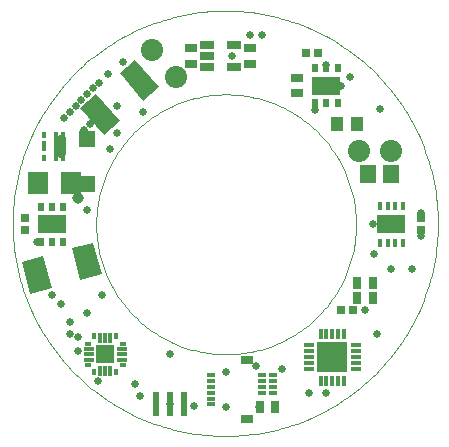
<source format=gbr>
G04 EAGLE Gerber RS-274X export*
G75*
%MOMM*%
%FSLAX35Y35*%
%LPD*%
%INsolder_mask_bottom*%
%IPPOS*%
%AMOC8*
5,1,8,0,0,1.08239X$1,22.5*%
G01*
%ADD10C,0.010000*%
%ADD11C,0.050000*%
%ADD12R,0.776200X0.976200*%
%ADD13R,1.476200X1.476200*%
%ADD14R,2.576200X2.576200*%
%ADD15R,0.376200X0.826200*%
%ADD16R,0.826200X0.376200*%
%ADD17R,2.476200X1.576200*%
%ADD18R,0.426200X0.726200*%
%ADD19R,1.376200X1.576200*%
%ADD20R,1.576200X1.576200*%
%ADD21R,0.326200X0.876200*%
%ADD22R,0.876200X0.326200*%
%ADD23R,0.626200X0.326200*%
%ADD24R,0.326200X0.626200*%
%ADD25R,0.476200X2.076200*%
%ADD26R,0.776200X0.676200*%
%ADD27R,0.776200X0.376200*%
%ADD28R,1.076200X0.676200*%
%ADD29R,3.076200X1.776200*%
%ADD30R,2.376200X1.576200*%
%ADD31R,0.536200X0.786200*%
%ADD32R,1.076200X1.176200*%
%ADD33R,0.976200X0.776200*%
%ADD34R,0.676200X0.776200*%
%ADD35R,1.276200X0.676200*%
%ADD36R,0.726200X0.376200*%
%ADD37R,1.026200X1.576200*%
%ADD38R,0.376200X0.526200*%
%ADD39R,0.306200X0.946200*%
%ADD40R,1.876200X2.776200*%
%ADD41R,1.676200X1.876200*%
%ADD42C,1.876200*%
%ADD43C,0.629400*%
%ADD44C,0.976200*%


D10*
X1793375Y-42625D02*
X1793375Y57375D01*
D11*
X-1806625Y7375D02*
X-1806083Y51549D01*
X-1804457Y95697D01*
X-1801748Y139791D01*
X-1797958Y183806D01*
X-1793088Y227714D01*
X-1787143Y271490D01*
X-1780125Y315106D01*
X-1772039Y358538D01*
X-1762889Y401757D01*
X-1752681Y444739D01*
X-1741422Y487458D01*
X-1729118Y529887D01*
X-1715776Y572002D01*
X-1701404Y613777D01*
X-1686012Y655186D01*
X-1669608Y696205D01*
X-1652203Y736809D01*
X-1633806Y776974D01*
X-1614429Y816675D01*
X-1594083Y855889D01*
X-1572782Y894592D01*
X-1550536Y932760D01*
X-1527361Y970371D01*
X-1503270Y1007401D01*
X-1478278Y1043830D01*
X-1452399Y1079634D01*
X-1425649Y1114792D01*
X-1398044Y1149283D01*
X-1369601Y1183086D01*
X-1340337Y1216181D01*
X-1310270Y1248548D01*
X-1279417Y1280167D01*
X-1247798Y1311020D01*
X-1215431Y1341087D01*
X-1182336Y1370351D01*
X-1148533Y1398794D01*
X-1114042Y1426399D01*
X-1078884Y1453149D01*
X-1043080Y1479028D01*
X-1006651Y1504020D01*
X-969621Y1528111D01*
X-932010Y1551286D01*
X-893842Y1573532D01*
X-855139Y1594833D01*
X-815925Y1615179D01*
X-776224Y1634556D01*
X-736059Y1652953D01*
X-695455Y1670358D01*
X-654436Y1686762D01*
X-613027Y1702154D01*
X-571252Y1716526D01*
X-529137Y1729868D01*
X-486708Y1742172D01*
X-443989Y1753431D01*
X-401007Y1763639D01*
X-357788Y1772789D01*
X-314356Y1780875D01*
X-270740Y1787893D01*
X-226964Y1793838D01*
X-183056Y1798708D01*
X-139041Y1802498D01*
X-94947Y1805207D01*
X-50799Y1806833D01*
X-6625Y1807375D01*
X37549Y1806833D01*
X81697Y1805207D01*
X125791Y1802498D01*
X169806Y1798708D01*
X213714Y1793838D01*
X257490Y1787893D01*
X301106Y1780875D01*
X344538Y1772789D01*
X387757Y1763639D01*
X430739Y1753431D01*
X473458Y1742172D01*
X515887Y1729868D01*
X558002Y1716526D01*
X599777Y1702154D01*
X641186Y1686762D01*
X682205Y1670358D01*
X722809Y1652953D01*
X762974Y1634556D01*
X802675Y1615179D01*
X841889Y1594833D01*
X880592Y1573532D01*
X918760Y1551286D01*
X956371Y1528111D01*
X993401Y1504020D01*
X1029830Y1479028D01*
X1065634Y1453149D01*
X1100792Y1426399D01*
X1135283Y1398794D01*
X1169086Y1370351D01*
X1202181Y1341087D01*
X1234548Y1311020D01*
X1266167Y1280167D01*
X1297020Y1248548D01*
X1327087Y1216181D01*
X1356351Y1183086D01*
X1384794Y1149283D01*
X1412399Y1114792D01*
X1439149Y1079634D01*
X1465028Y1043830D01*
X1490020Y1007401D01*
X1514111Y970371D01*
X1537286Y932760D01*
X1559532Y894592D01*
X1580833Y855889D01*
X1601179Y816675D01*
X1620556Y776974D01*
X1638953Y736809D01*
X1656358Y696205D01*
X1672762Y655186D01*
X1688154Y613777D01*
X1702526Y572002D01*
X1715868Y529887D01*
X1728172Y487458D01*
X1739431Y444739D01*
X1749639Y401757D01*
X1758789Y358538D01*
X1766875Y315106D01*
X1773893Y271490D01*
X1779838Y227714D01*
X1784708Y183806D01*
X1788498Y139791D01*
X1791207Y95697D01*
X1792833Y51549D01*
X1793375Y7375D01*
X1792833Y-36799D01*
X1791207Y-80947D01*
X1788498Y-125041D01*
X1784708Y-169056D01*
X1779838Y-212964D01*
X1773893Y-256740D01*
X1766875Y-300356D01*
X1758789Y-343788D01*
X1749639Y-387007D01*
X1739431Y-429989D01*
X1728172Y-472708D01*
X1715868Y-515137D01*
X1702526Y-557252D01*
X1688154Y-599027D01*
X1672762Y-640436D01*
X1656358Y-681455D01*
X1638953Y-722059D01*
X1620556Y-762224D01*
X1601179Y-801925D01*
X1580833Y-841139D01*
X1559532Y-879842D01*
X1537286Y-918010D01*
X1514111Y-955621D01*
X1490020Y-992651D01*
X1465028Y-1029080D01*
X1439149Y-1064884D01*
X1412399Y-1100042D01*
X1384794Y-1134533D01*
X1356351Y-1168336D01*
X1327087Y-1201431D01*
X1297020Y-1233798D01*
X1266167Y-1265417D01*
X1234548Y-1296270D01*
X1202181Y-1326337D01*
X1169086Y-1355601D01*
X1135283Y-1384044D01*
X1100792Y-1411649D01*
X1065634Y-1438399D01*
X1029830Y-1464278D01*
X993401Y-1489270D01*
X956371Y-1513361D01*
X918760Y-1536536D01*
X880592Y-1558782D01*
X841889Y-1580083D01*
X802675Y-1600429D01*
X762974Y-1619806D01*
X722809Y-1638203D01*
X682205Y-1655608D01*
X641186Y-1672012D01*
X599777Y-1687404D01*
X558002Y-1701776D01*
X515887Y-1715118D01*
X473458Y-1727422D01*
X430739Y-1738681D01*
X387757Y-1748889D01*
X344538Y-1758039D01*
X301106Y-1766125D01*
X257490Y-1773143D01*
X213714Y-1779088D01*
X169806Y-1783958D01*
X125791Y-1787748D01*
X81697Y-1790457D01*
X37549Y-1792083D01*
X-6625Y-1792625D01*
X-50799Y-1792083D01*
X-94947Y-1790457D01*
X-139041Y-1787748D01*
X-183056Y-1783958D01*
X-226964Y-1779088D01*
X-270740Y-1773143D01*
X-314356Y-1766125D01*
X-357788Y-1758039D01*
X-401007Y-1748889D01*
X-443989Y-1738681D01*
X-486708Y-1727422D01*
X-529137Y-1715118D01*
X-571252Y-1701776D01*
X-613027Y-1687404D01*
X-654436Y-1672012D01*
X-695455Y-1655608D01*
X-736059Y-1638203D01*
X-776224Y-1619806D01*
X-815925Y-1600429D01*
X-855139Y-1580083D01*
X-893842Y-1558782D01*
X-932010Y-1536536D01*
X-969621Y-1513361D01*
X-1006651Y-1489270D01*
X-1043080Y-1464278D01*
X-1078884Y-1438399D01*
X-1114042Y-1411649D01*
X-1148533Y-1384044D01*
X-1182336Y-1355601D01*
X-1215431Y-1326337D01*
X-1247798Y-1296270D01*
X-1279417Y-1265417D01*
X-1310270Y-1233798D01*
X-1340337Y-1201431D01*
X-1369601Y-1168336D01*
X-1398044Y-1134533D01*
X-1425649Y-1100042D01*
X-1452399Y-1064884D01*
X-1478278Y-1029080D01*
X-1503270Y-992651D01*
X-1527361Y-955621D01*
X-1550536Y-918010D01*
X-1572782Y-879842D01*
X-1594083Y-841139D01*
X-1614429Y-801925D01*
X-1633806Y-762224D01*
X-1652203Y-722059D01*
X-1669608Y-681455D01*
X-1686012Y-640436D01*
X-1701404Y-599027D01*
X-1715776Y-557252D01*
X-1729118Y-515137D01*
X-1741422Y-472708D01*
X-1752681Y-429989D01*
X-1762889Y-387007D01*
X-1772039Y-343788D01*
X-1780125Y-300356D01*
X-1787143Y-256740D01*
X-1793088Y-212964D01*
X-1797958Y-169056D01*
X-1801748Y-125041D01*
X-1804457Y-80947D01*
X-1806083Y-36799D01*
X-1806625Y7375D01*
X-1100000Y0D02*
X-1099669Y26995D01*
X-1098675Y53974D01*
X-1097020Y80921D01*
X-1094703Y107819D01*
X-1091727Y134652D01*
X-1088094Y161404D01*
X-1083805Y188058D01*
X-1078864Y214599D01*
X-1073272Y241011D01*
X-1067034Y267278D01*
X-1060154Y293384D01*
X-1052634Y319313D01*
X-1044481Y345050D01*
X-1035698Y370579D01*
X-1026292Y395885D01*
X-1016267Y420952D01*
X-1005631Y445765D01*
X-994388Y470311D01*
X-982547Y494572D01*
X-970113Y518536D01*
X-957096Y542188D01*
X-943501Y565513D01*
X-929339Y588497D01*
X-914617Y611127D01*
X-899343Y633389D01*
X-883528Y655269D01*
X-867181Y676755D01*
X-850311Y697833D01*
X-832930Y718490D01*
X-815046Y738715D01*
X-796672Y758495D01*
X-777817Y777817D01*
X-758495Y796672D01*
X-738715Y815046D01*
X-718490Y832930D01*
X-697833Y850311D01*
X-676755Y867181D01*
X-655269Y883528D01*
X-633389Y899343D01*
X-611127Y914617D01*
X-588497Y929339D01*
X-565513Y943501D01*
X-542188Y957096D01*
X-518536Y970113D01*
X-494572Y982547D01*
X-470311Y994388D01*
X-445765Y1005631D01*
X-420952Y1016267D01*
X-395885Y1026292D01*
X-370579Y1035698D01*
X-345050Y1044481D01*
X-319313Y1052634D01*
X-293384Y1060154D01*
X-267278Y1067034D01*
X-241011Y1073272D01*
X-214599Y1078864D01*
X-188058Y1083805D01*
X-161404Y1088094D01*
X-134652Y1091727D01*
X-107819Y1094703D01*
X-80921Y1097020D01*
X-53974Y1098675D01*
X-26995Y1099669D01*
X0Y1100000D01*
X26995Y1099669D01*
X53974Y1098675D01*
X80921Y1097020D01*
X107819Y1094703D01*
X134652Y1091727D01*
X161404Y1088094D01*
X188058Y1083805D01*
X214599Y1078864D01*
X241011Y1073272D01*
X267278Y1067034D01*
X293384Y1060154D01*
X319313Y1052634D01*
X345050Y1044481D01*
X370579Y1035698D01*
X395885Y1026292D01*
X420952Y1016267D01*
X445765Y1005631D01*
X470311Y994388D01*
X494572Y982547D01*
X518536Y970113D01*
X542188Y957096D01*
X565513Y943501D01*
X588497Y929339D01*
X611127Y914617D01*
X633389Y899343D01*
X655269Y883528D01*
X676755Y867181D01*
X697833Y850311D01*
X718490Y832930D01*
X738715Y815046D01*
X758495Y796672D01*
X777817Y777817D01*
X796672Y758495D01*
X815046Y738715D01*
X832930Y718490D01*
X850311Y697833D01*
X867181Y676755D01*
X883528Y655269D01*
X899343Y633389D01*
X914617Y611127D01*
X929339Y588497D01*
X943501Y565513D01*
X957096Y542188D01*
X970113Y518536D01*
X982547Y494572D01*
X994388Y470311D01*
X1005631Y445765D01*
X1016267Y420952D01*
X1026292Y395885D01*
X1035698Y370579D01*
X1044481Y345050D01*
X1052634Y319313D01*
X1060154Y293384D01*
X1067034Y267278D01*
X1073272Y241011D01*
X1078864Y214599D01*
X1083805Y188058D01*
X1088094Y161404D01*
X1091727Y134652D01*
X1094703Y107819D01*
X1097020Y80921D01*
X1098675Y53974D01*
X1099669Y26995D01*
X1100000Y0D01*
X1099669Y-26995D01*
X1098675Y-53974D01*
X1097020Y-80921D01*
X1094703Y-107819D01*
X1091727Y-134652D01*
X1088094Y-161404D01*
X1083805Y-188058D01*
X1078864Y-214599D01*
X1073272Y-241011D01*
X1067034Y-267278D01*
X1060154Y-293384D01*
X1052634Y-319313D01*
X1044481Y-345050D01*
X1035698Y-370579D01*
X1026292Y-395885D01*
X1016267Y-420952D01*
X1005631Y-445765D01*
X994388Y-470311D01*
X982547Y-494572D01*
X970113Y-518536D01*
X957096Y-542188D01*
X943501Y-565513D01*
X929339Y-588497D01*
X914617Y-611127D01*
X899343Y-633389D01*
X883528Y-655269D01*
X867181Y-676755D01*
X850311Y-697833D01*
X832930Y-718490D01*
X815046Y-738715D01*
X796672Y-758495D01*
X777817Y-777817D01*
X758495Y-796672D01*
X738715Y-815046D01*
X718490Y-832930D01*
X697833Y-850311D01*
X676755Y-867181D01*
X655269Y-883528D01*
X633389Y-899343D01*
X611127Y-914617D01*
X588497Y-929339D01*
X565513Y-943501D01*
X542188Y-957096D01*
X518536Y-970113D01*
X494572Y-982547D01*
X470311Y-994388D01*
X445765Y-1005631D01*
X420952Y-1016267D01*
X395885Y-1026292D01*
X370579Y-1035698D01*
X345050Y-1044481D01*
X319313Y-1052634D01*
X293384Y-1060154D01*
X267278Y-1067034D01*
X241011Y-1073272D01*
X214599Y-1078864D01*
X188058Y-1083805D01*
X161404Y-1088094D01*
X134652Y-1091727D01*
X107819Y-1094703D01*
X80921Y-1097020D01*
X53974Y-1098675D01*
X26995Y-1099669D01*
X0Y-1100000D01*
X-26995Y-1099669D01*
X-53974Y-1098675D01*
X-80921Y-1097020D01*
X-107819Y-1094703D01*
X-134652Y-1091727D01*
X-161404Y-1088094D01*
X-188058Y-1083805D01*
X-214599Y-1078864D01*
X-241011Y-1073272D01*
X-267278Y-1067034D01*
X-293384Y-1060154D01*
X-319313Y-1052634D01*
X-345050Y-1044481D01*
X-370579Y-1035698D01*
X-395885Y-1026292D01*
X-420952Y-1016267D01*
X-445765Y-1005631D01*
X-470311Y-994388D01*
X-494572Y-982547D01*
X-518536Y-970113D01*
X-542188Y-957096D01*
X-565513Y-943501D01*
X-588497Y-929339D01*
X-611127Y-914617D01*
X-633389Y-899343D01*
X-655269Y-883528D01*
X-676755Y-867181D01*
X-697833Y-850311D01*
X-718490Y-832930D01*
X-738715Y-815046D01*
X-758495Y-796672D01*
X-777817Y-777817D01*
X-796672Y-758495D01*
X-815046Y-738715D01*
X-832930Y-718490D01*
X-850311Y-697833D01*
X-867181Y-676755D01*
X-883528Y-655269D01*
X-899343Y-633389D01*
X-914617Y-611127D01*
X-929339Y-588497D01*
X-943501Y-565513D01*
X-957096Y-542188D01*
X-970113Y-518536D01*
X-982547Y-494572D01*
X-994388Y-470311D01*
X-1005631Y-445765D01*
X-1016267Y-420952D01*
X-1026292Y-395885D01*
X-1035698Y-370579D01*
X-1044481Y-345050D01*
X-1052634Y-319313D01*
X-1060154Y-293384D01*
X-1067034Y-267278D01*
X-1073272Y-241011D01*
X-1078864Y-214599D01*
X-1083805Y-188058D01*
X-1088094Y-161404D01*
X-1091727Y-134652D01*
X-1094703Y-107819D01*
X-1097020Y-80921D01*
X-1098675Y-53974D01*
X-1099669Y-26995D01*
X-1100000Y0D01*
D12*
X1240000Y-500000D03*
X1110000Y-500000D03*
X285000Y-1550000D03*
X415000Y-1550000D03*
X1240000Y-625000D03*
X1110000Y-625000D03*
D13*
X-1175000Y340000D03*
X-1175000Y720000D03*
D14*
X900000Y-1125000D03*
D15*
X1000000Y-925000D03*
X950000Y-925000D03*
X900000Y-925000D03*
X850000Y-925000D03*
X800000Y-925000D03*
X800000Y-1325000D03*
X850000Y-1325000D03*
X900000Y-1325000D03*
X950000Y-1325000D03*
X1000000Y-1325000D03*
D16*
X700000Y-1225000D03*
X700000Y-1175000D03*
X700000Y-1125000D03*
X700000Y-1075000D03*
X700000Y-1025000D03*
X1100000Y-1025000D03*
X1100000Y-1075000D03*
X1100000Y-1125000D03*
X1100000Y-1175000D03*
X1100000Y-1225000D03*
D17*
X1400000Y0D03*
D18*
X1497500Y-155000D03*
X1432500Y-155000D03*
X1367500Y-155000D03*
X1302500Y-155000D03*
X1497500Y155000D03*
X1432500Y155000D03*
X1367500Y155000D03*
X1302500Y155000D03*
D19*
X1205000Y425000D03*
X1395000Y425000D03*
D20*
X-1025000Y-1100000D03*
D21*
X-980000Y-960000D03*
X-1025000Y-960000D03*
X-1070000Y-960000D03*
X-980000Y-1240000D03*
X-1025000Y-1240000D03*
X-1070000Y-1240000D03*
D22*
X-1160000Y-1145000D03*
X-1160000Y-1100000D03*
X-1160000Y-1055000D03*
X-885000Y-1145000D03*
X-885000Y-1100000D03*
X-885000Y-1055000D03*
D23*
X-873000Y-1190000D03*
D24*
X-935000Y-1252000D03*
X-935000Y-948000D03*
D23*
X-873000Y-1010000D03*
D24*
X-1115000Y-948000D03*
X-1115000Y-1252000D03*
D23*
X-1173000Y-1190000D03*
X-1173000Y-1010000D03*
D25*
X-595000Y-1525000D03*
X-475000Y-1525000D03*
X-355000Y-1525000D03*
D26*
X1650000Y-50000D03*
X1650000Y50000D03*
D27*
X-127000Y-1425000D03*
X-127000Y-1375000D03*
X-127000Y-1325000D03*
X-127000Y-1475000D03*
X-127000Y-1525000D03*
X-127000Y-1275000D03*
D28*
X173000Y-1150000D03*
X173000Y-1650000D03*
D29*
G36*
X-700030Y1045336D02*
X-902250Y1277147D01*
X-768402Y1393910D01*
X-566182Y1162099D01*
X-700030Y1045336D01*
G37*
G36*
X-1031598Y756090D02*
X-1233818Y987901D01*
X-1099970Y1104664D01*
X-897750Y872853D01*
X-1031598Y756090D01*
G37*
D30*
X850000Y1175000D03*
D31*
X756000Y1323000D03*
X850000Y1323000D03*
X944000Y1323000D03*
X850000Y1027000D03*
X945000Y1027000D03*
X755000Y1027000D03*
D32*
X940000Y850000D03*
X1110000Y850000D03*
D33*
X600000Y1110000D03*
X600000Y1240000D03*
D34*
X775000Y1450000D03*
X675000Y1450000D03*
D33*
X-300000Y1490000D03*
X-300000Y1360000D03*
X200000Y1490000D03*
X200000Y1360000D03*
D35*
X-165000Y1425000D03*
X-165000Y1330000D03*
X-165000Y1520000D03*
X65000Y1520000D03*
X65000Y1330000D03*
D36*
X400000Y-1275000D03*
X400000Y-1325000D03*
X400000Y-1375000D03*
X400000Y-1425000D03*
X300000Y-1425000D03*
X300000Y-1375000D03*
X300000Y-1325000D03*
X300000Y-1275000D03*
D37*
X-1410000Y660000D03*
D38*
X-1377500Y757500D03*
X-1442500Y757500D03*
X-1377500Y562500D03*
X-1442500Y562500D03*
X-1538000Y757500D03*
X-1538000Y562500D03*
D39*
X-1541500Y660000D03*
D40*
G36*
X-1477255Y-537590D02*
X-1658566Y-585833D01*
X-1729951Y-317548D01*
X-1548640Y-269305D01*
X-1477255Y-537590D01*
G37*
G36*
X-1052050Y-424452D02*
X-1233361Y-472695D01*
X-1304746Y-204410D01*
X-1123435Y-156167D01*
X-1052050Y-424452D01*
G37*
D41*
X-1310000Y350000D03*
X-1590000Y350000D03*
D30*
X-1475000Y0D03*
D31*
X-1381000Y-148000D03*
X-1475000Y-148000D03*
X-1569000Y-148000D03*
X-1475000Y148000D03*
X-1570000Y148000D03*
X-1380000Y148000D03*
D26*
X-1700000Y-50000D03*
X-1700000Y50000D03*
D42*
X-625000Y1475000D03*
D34*
X1075000Y-725000D03*
X975000Y-725000D03*
D42*
X-425000Y1250000D03*
X1125000Y625000D03*
X1400000Y625000D03*
D43*
X-475000Y-1100000D03*
X-925000Y1000000D03*
D44*
X-1250000Y225000D03*
D43*
X-1191000Y-314000D03*
X-1215000Y-238000D03*
X-1171000Y-393000D03*
X975000Y1175000D03*
X1400000Y-375000D03*
X0Y-1550000D03*
X900000Y-1125000D03*
X250000Y-1200000D03*
X-725000Y-1450000D03*
X-1325000Y-925000D03*
X0Y-1250000D03*
X1239800Y400D03*
X1300000Y975000D03*
X50000Y1425000D03*
X-1025000Y-1100000D03*
X-475000Y-1525000D03*
X1575000Y-375000D03*
X-1400000Y-675000D03*
X200000Y1600000D03*
X-1050000Y-600000D03*
X1050000Y1250000D03*
X-1000000Y1275000D03*
X-700000Y950000D03*
X-1175000Y125000D03*
X-1600000Y350000D03*
X-1175000Y-750000D03*
X-1600000Y-150000D03*
X-1593000Y-418000D03*
X-1613000Y-341000D03*
X-1571000Y-495000D03*
X1250000Y-250000D03*
X1281000Y-926000D03*
X-1410000Y660000D03*
X-1410000Y595000D03*
X-1410000Y725000D03*
X-1175000Y1100000D03*
X-1100000Y900000D03*
X-925000Y775000D03*
X-1150000Y850000D03*
X-1225000Y1050000D03*
X-1275000Y1000000D03*
X-1325000Y950000D03*
X-1375000Y900000D03*
X-1125000Y1150000D03*
X-1075000Y1200000D03*
X-1200000Y800000D03*
X-1475000Y-600000D03*
X-875000Y1375000D03*
X-1250000Y-1075000D03*
X700000Y-1425000D03*
X850000Y-1425000D03*
X-1085000Y-1324000D03*
X-775000Y-1350000D03*
X-275000Y-1537000D03*
X-1250000Y-950000D03*
X1650000Y100000D03*
X-1325000Y-825000D03*
X850000Y1350000D03*
X750000Y970000D03*
X-985000Y640000D03*
X475000Y-1225000D03*
X275000Y-1550000D03*
X1175000Y-725000D03*
X1650000Y-100000D03*
X300000Y1600000D03*
M02*

</source>
